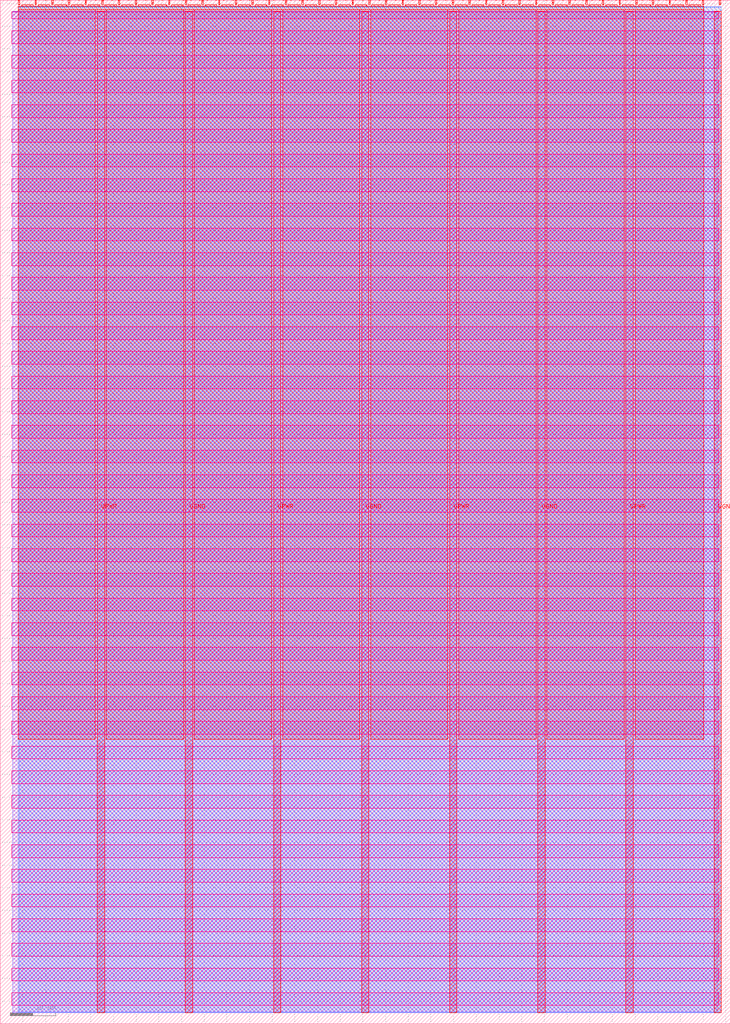
<source format=lef>
VERSION 5.7 ;
  NOWIREEXTENSIONATPIN ON ;
  DIVIDERCHAR "/" ;
  BUSBITCHARS "[]" ;
MACRO tt_um_vga_perlin
  CLASS BLOCK ;
  FOREIGN tt_um_vga_perlin ;
  ORIGIN 0.000 0.000 ;
  SIZE 161.000 BY 225.760 ;
  PIN VGND
    DIRECTION INOUT ;
    USE GROUND ;
    PORT
      LAYER met4 ;
        RECT 40.830 2.480 42.430 223.280 ;
    END
    PORT
      LAYER met4 ;
        RECT 79.700 2.480 81.300 223.280 ;
    END
    PORT
      LAYER met4 ;
        RECT 118.570 2.480 120.170 223.280 ;
    END
    PORT
      LAYER met4 ;
        RECT 157.440 2.480 159.040 223.280 ;
    END
  END VGND
  PIN VPWR
    DIRECTION INOUT ;
    USE POWER ;
    PORT
      LAYER met4 ;
        RECT 21.395 2.480 22.995 223.280 ;
    END
    PORT
      LAYER met4 ;
        RECT 60.265 2.480 61.865 223.280 ;
    END
    PORT
      LAYER met4 ;
        RECT 99.135 2.480 100.735 223.280 ;
    END
    PORT
      LAYER met4 ;
        RECT 138.005 2.480 139.605 223.280 ;
    END
  END VPWR
  PIN clk
    DIRECTION INPUT ;
    USE SIGNAL ;
    ANTENNAGATEAREA 0.852000 ;
    PORT
      LAYER met4 ;
        RECT 154.870 224.760 155.170 225.760 ;
    END
  END clk
  PIN ena
    DIRECTION INPUT ;
    USE SIGNAL ;
    PORT
      LAYER met4 ;
        RECT 158.550 224.760 158.850 225.760 ;
    END
  END ena
  PIN rst_n
    DIRECTION INPUT ;
    USE SIGNAL ;
    ANTENNAGATEAREA 0.159000 ;
    PORT
      LAYER met4 ;
        RECT 151.190 224.760 151.490 225.760 ;
    END
  END rst_n
  PIN ui_in[0]
    DIRECTION INPUT ;
    USE SIGNAL ;
    ANTENNAGATEAREA 0.213000 ;
    PORT
      LAYER met4 ;
        RECT 147.510 224.760 147.810 225.760 ;
    END
  END ui_in[0]
  PIN ui_in[1]
    DIRECTION INPUT ;
    USE SIGNAL ;
    PORT
      LAYER met4 ;
        RECT 143.830 224.760 144.130 225.760 ;
    END
  END ui_in[1]
  PIN ui_in[2]
    DIRECTION INPUT ;
    USE SIGNAL ;
    PORT
      LAYER met4 ;
        RECT 140.150 224.760 140.450 225.760 ;
    END
  END ui_in[2]
  PIN ui_in[3]
    DIRECTION INPUT ;
    USE SIGNAL ;
    PORT
      LAYER met4 ;
        RECT 136.470 224.760 136.770 225.760 ;
    END
  END ui_in[3]
  PIN ui_in[4]
    DIRECTION INPUT ;
    USE SIGNAL ;
    PORT
      LAYER met4 ;
        RECT 132.790 224.760 133.090 225.760 ;
    END
  END ui_in[4]
  PIN ui_in[5]
    DIRECTION INPUT ;
    USE SIGNAL ;
    PORT
      LAYER met4 ;
        RECT 129.110 224.760 129.410 225.760 ;
    END
  END ui_in[5]
  PIN ui_in[6]
    DIRECTION INPUT ;
    USE SIGNAL ;
    PORT
      LAYER met4 ;
        RECT 125.430 224.760 125.730 225.760 ;
    END
  END ui_in[6]
  PIN ui_in[7]
    DIRECTION INPUT ;
    USE SIGNAL ;
    PORT
      LAYER met4 ;
        RECT 121.750 224.760 122.050 225.760 ;
    END
  END ui_in[7]
  PIN uio_in[0]
    DIRECTION INPUT ;
    USE SIGNAL ;
    PORT
      LAYER met4 ;
        RECT 118.070 224.760 118.370 225.760 ;
    END
  END uio_in[0]
  PIN uio_in[1]
    DIRECTION INPUT ;
    USE SIGNAL ;
    PORT
      LAYER met4 ;
        RECT 114.390 224.760 114.690 225.760 ;
    END
  END uio_in[1]
  PIN uio_in[2]
    DIRECTION INPUT ;
    USE SIGNAL ;
    PORT
      LAYER met4 ;
        RECT 110.710 224.760 111.010 225.760 ;
    END
  END uio_in[2]
  PIN uio_in[3]
    DIRECTION INPUT ;
    USE SIGNAL ;
    PORT
      LAYER met4 ;
        RECT 107.030 224.760 107.330 225.760 ;
    END
  END uio_in[3]
  PIN uio_in[4]
    DIRECTION INPUT ;
    USE SIGNAL ;
    PORT
      LAYER met4 ;
        RECT 103.350 224.760 103.650 225.760 ;
    END
  END uio_in[4]
  PIN uio_in[5]
    DIRECTION INPUT ;
    USE SIGNAL ;
    PORT
      LAYER met4 ;
        RECT 99.670 224.760 99.970 225.760 ;
    END
  END uio_in[5]
  PIN uio_in[6]
    DIRECTION INPUT ;
    USE SIGNAL ;
    PORT
      LAYER met4 ;
        RECT 95.990 224.760 96.290 225.760 ;
    END
  END uio_in[6]
  PIN uio_in[7]
    DIRECTION INPUT ;
    USE SIGNAL ;
    PORT
      LAYER met4 ;
        RECT 92.310 224.760 92.610 225.760 ;
    END
  END uio_in[7]
  PIN uio_oe[0]
    DIRECTION OUTPUT TRISTATE ;
    USE SIGNAL ;
    PORT
      LAYER met4 ;
        RECT 29.750 224.760 30.050 225.760 ;
    END
  END uio_oe[0]
  PIN uio_oe[1]
    DIRECTION OUTPUT TRISTATE ;
    USE SIGNAL ;
    PORT
      LAYER met4 ;
        RECT 26.070 224.760 26.370 225.760 ;
    END
  END uio_oe[1]
  PIN uio_oe[2]
    DIRECTION OUTPUT TRISTATE ;
    USE SIGNAL ;
    PORT
      LAYER met4 ;
        RECT 22.390 224.760 22.690 225.760 ;
    END
  END uio_oe[2]
  PIN uio_oe[3]
    DIRECTION OUTPUT TRISTATE ;
    USE SIGNAL ;
    PORT
      LAYER met4 ;
        RECT 18.710 224.760 19.010 225.760 ;
    END
  END uio_oe[3]
  PIN uio_oe[4]
    DIRECTION OUTPUT TRISTATE ;
    USE SIGNAL ;
    PORT
      LAYER met4 ;
        RECT 15.030 224.760 15.330 225.760 ;
    END
  END uio_oe[4]
  PIN uio_oe[5]
    DIRECTION OUTPUT TRISTATE ;
    USE SIGNAL ;
    PORT
      LAYER met4 ;
        RECT 11.350 224.760 11.650 225.760 ;
    END
  END uio_oe[5]
  PIN uio_oe[6]
    DIRECTION OUTPUT TRISTATE ;
    USE SIGNAL ;
    PORT
      LAYER met4 ;
        RECT 7.670 224.760 7.970 225.760 ;
    END
  END uio_oe[6]
  PIN uio_oe[7]
    DIRECTION OUTPUT TRISTATE ;
    USE SIGNAL ;
    PORT
      LAYER met4 ;
        RECT 3.990 224.760 4.290 225.760 ;
    END
  END uio_oe[7]
  PIN uio_out[0]
    DIRECTION OUTPUT TRISTATE ;
    USE SIGNAL ;
    PORT
      LAYER met4 ;
        RECT 59.190 224.760 59.490 225.760 ;
    END
  END uio_out[0]
  PIN uio_out[1]
    DIRECTION OUTPUT TRISTATE ;
    USE SIGNAL ;
    PORT
      LAYER met4 ;
        RECT 55.510 224.760 55.810 225.760 ;
    END
  END uio_out[1]
  PIN uio_out[2]
    DIRECTION OUTPUT TRISTATE ;
    USE SIGNAL ;
    PORT
      LAYER met4 ;
        RECT 51.830 224.760 52.130 225.760 ;
    END
  END uio_out[2]
  PIN uio_out[3]
    DIRECTION OUTPUT TRISTATE ;
    USE SIGNAL ;
    PORT
      LAYER met4 ;
        RECT 48.150 224.760 48.450 225.760 ;
    END
  END uio_out[3]
  PIN uio_out[4]
    DIRECTION OUTPUT TRISTATE ;
    USE SIGNAL ;
    PORT
      LAYER met4 ;
        RECT 44.470 224.760 44.770 225.760 ;
    END
  END uio_out[4]
  PIN uio_out[5]
    DIRECTION OUTPUT TRISTATE ;
    USE SIGNAL ;
    PORT
      LAYER met4 ;
        RECT 40.790 224.760 41.090 225.760 ;
    END
  END uio_out[5]
  PIN uio_out[6]
    DIRECTION OUTPUT TRISTATE ;
    USE SIGNAL ;
    PORT
      LAYER met4 ;
        RECT 37.110 224.760 37.410 225.760 ;
    END
  END uio_out[6]
  PIN uio_out[7]
    DIRECTION OUTPUT TRISTATE ;
    USE SIGNAL ;
    PORT
      LAYER met4 ;
        RECT 33.430 224.760 33.730 225.760 ;
    END
  END uio_out[7]
  PIN uo_out[0]
    DIRECTION OUTPUT TRISTATE ;
    USE SIGNAL ;
    ANTENNADIFFAREA 0.445500 ;
    PORT
      LAYER met4 ;
        RECT 88.630 224.760 88.930 225.760 ;
    END
  END uo_out[0]
  PIN uo_out[1]
    DIRECTION OUTPUT TRISTATE ;
    USE SIGNAL ;
    ANTENNADIFFAREA 0.445500 ;
    PORT
      LAYER met4 ;
        RECT 84.950 224.760 85.250 225.760 ;
    END
  END uo_out[1]
  PIN uo_out[2]
    DIRECTION OUTPUT TRISTATE ;
    USE SIGNAL ;
    ANTENNADIFFAREA 0.445500 ;
    PORT
      LAYER met4 ;
        RECT 81.270 224.760 81.570 225.760 ;
    END
  END uo_out[2]
  PIN uo_out[3]
    DIRECTION OUTPUT TRISTATE ;
    USE SIGNAL ;
    ANTENNADIFFAREA 0.795200 ;
    PORT
      LAYER met4 ;
        RECT 77.590 224.760 77.890 225.760 ;
    END
  END uo_out[3]
  PIN uo_out[4]
    DIRECTION OUTPUT TRISTATE ;
    USE SIGNAL ;
    ANTENNADIFFAREA 0.795200 ;
    PORT
      LAYER met4 ;
        RECT 73.910 224.760 74.210 225.760 ;
    END
  END uo_out[4]
  PIN uo_out[5]
    DIRECTION OUTPUT TRISTATE ;
    USE SIGNAL ;
    ANTENNADIFFAREA 0.795200 ;
    PORT
      LAYER met4 ;
        RECT 70.230 224.760 70.530 225.760 ;
    END
  END uo_out[5]
  PIN uo_out[6]
    DIRECTION OUTPUT TRISTATE ;
    USE SIGNAL ;
    ANTENNADIFFAREA 0.445500 ;
    PORT
      LAYER met4 ;
        RECT 66.550 224.760 66.850 225.760 ;
    END
  END uo_out[6]
  PIN uo_out[7]
    DIRECTION OUTPUT TRISTATE ;
    USE SIGNAL ;
    ANTENNADIFFAREA 0.445500 ;
    PORT
      LAYER met4 ;
        RECT 62.870 224.760 63.170 225.760 ;
    END
  END uo_out[7]
  OBS
      LAYER nwell ;
        RECT 2.570 221.625 158.430 223.230 ;
        RECT 2.570 216.185 158.430 219.015 ;
        RECT 2.570 210.745 158.430 213.575 ;
        RECT 2.570 205.305 158.430 208.135 ;
        RECT 2.570 199.865 158.430 202.695 ;
        RECT 2.570 194.425 158.430 197.255 ;
        RECT 2.570 188.985 158.430 191.815 ;
        RECT 2.570 183.545 158.430 186.375 ;
        RECT 2.570 178.105 158.430 180.935 ;
        RECT 2.570 172.665 158.430 175.495 ;
        RECT 2.570 167.225 158.430 170.055 ;
        RECT 2.570 161.785 158.430 164.615 ;
        RECT 2.570 156.345 158.430 159.175 ;
        RECT 2.570 150.905 158.430 153.735 ;
        RECT 2.570 145.465 158.430 148.295 ;
        RECT 2.570 140.025 158.430 142.855 ;
        RECT 2.570 134.585 158.430 137.415 ;
        RECT 2.570 129.145 158.430 131.975 ;
        RECT 2.570 123.705 158.430 126.535 ;
        RECT 2.570 118.265 158.430 121.095 ;
        RECT 2.570 112.825 158.430 115.655 ;
        RECT 2.570 107.385 158.430 110.215 ;
        RECT 2.570 101.945 158.430 104.775 ;
        RECT 2.570 96.505 158.430 99.335 ;
        RECT 2.570 91.065 158.430 93.895 ;
        RECT 2.570 85.625 158.430 88.455 ;
        RECT 2.570 80.185 158.430 83.015 ;
        RECT 2.570 74.745 158.430 77.575 ;
        RECT 2.570 69.305 158.430 72.135 ;
        RECT 2.570 63.865 158.430 66.695 ;
        RECT 2.570 58.425 158.430 61.255 ;
        RECT 2.570 52.985 158.430 55.815 ;
        RECT 2.570 47.545 158.430 50.375 ;
        RECT 2.570 42.105 158.430 44.935 ;
        RECT 2.570 36.665 158.430 39.495 ;
        RECT 2.570 31.225 158.430 34.055 ;
        RECT 2.570 25.785 158.430 28.615 ;
        RECT 2.570 20.345 158.430 23.175 ;
        RECT 2.570 14.905 158.430 17.735 ;
        RECT 2.570 9.465 158.430 12.295 ;
        RECT 2.570 4.025 158.430 6.855 ;
      LAYER li1 ;
        RECT 2.760 2.635 158.240 223.125 ;
      LAYER met1 ;
        RECT 2.760 2.480 159.040 223.280 ;
      LAYER met2 ;
        RECT 4.230 2.535 159.010 224.245 ;
      LAYER met3 ;
        RECT 3.950 2.555 159.030 224.225 ;
      LAYER met4 ;
        RECT 4.690 224.360 7.270 224.760 ;
        RECT 8.370 224.360 10.950 224.760 ;
        RECT 12.050 224.360 14.630 224.760 ;
        RECT 15.730 224.360 18.310 224.760 ;
        RECT 19.410 224.360 21.990 224.760 ;
        RECT 23.090 224.360 25.670 224.760 ;
        RECT 26.770 224.360 29.350 224.760 ;
        RECT 30.450 224.360 33.030 224.760 ;
        RECT 34.130 224.360 36.710 224.760 ;
        RECT 37.810 224.360 40.390 224.760 ;
        RECT 41.490 224.360 44.070 224.760 ;
        RECT 45.170 224.360 47.750 224.760 ;
        RECT 48.850 224.360 51.430 224.760 ;
        RECT 52.530 224.360 55.110 224.760 ;
        RECT 56.210 224.360 58.790 224.760 ;
        RECT 59.890 224.360 62.470 224.760 ;
        RECT 63.570 224.360 66.150 224.760 ;
        RECT 67.250 224.360 69.830 224.760 ;
        RECT 70.930 224.360 73.510 224.760 ;
        RECT 74.610 224.360 77.190 224.760 ;
        RECT 78.290 224.360 80.870 224.760 ;
        RECT 81.970 224.360 84.550 224.760 ;
        RECT 85.650 224.360 88.230 224.760 ;
        RECT 89.330 224.360 91.910 224.760 ;
        RECT 93.010 224.360 95.590 224.760 ;
        RECT 96.690 224.360 99.270 224.760 ;
        RECT 100.370 224.360 102.950 224.760 ;
        RECT 104.050 224.360 106.630 224.760 ;
        RECT 107.730 224.360 110.310 224.760 ;
        RECT 111.410 224.360 113.990 224.760 ;
        RECT 115.090 224.360 117.670 224.760 ;
        RECT 118.770 224.360 121.350 224.760 ;
        RECT 122.450 224.360 125.030 224.760 ;
        RECT 126.130 224.360 128.710 224.760 ;
        RECT 129.810 224.360 132.390 224.760 ;
        RECT 133.490 224.360 136.070 224.760 ;
        RECT 137.170 224.360 139.750 224.760 ;
        RECT 140.850 224.360 143.430 224.760 ;
        RECT 144.530 224.360 147.110 224.760 ;
        RECT 148.210 224.360 150.790 224.760 ;
        RECT 151.890 224.360 154.470 224.760 ;
        RECT 3.975 223.680 155.185 224.360 ;
        RECT 3.975 62.735 20.995 223.680 ;
        RECT 23.395 62.735 40.430 223.680 ;
        RECT 42.830 62.735 59.865 223.680 ;
        RECT 62.265 62.735 79.300 223.680 ;
        RECT 81.700 62.735 98.735 223.680 ;
        RECT 101.135 62.735 118.170 223.680 ;
        RECT 120.570 62.735 137.605 223.680 ;
        RECT 140.005 62.735 155.185 223.680 ;
  END
END tt_um_vga_perlin
END LIBRARY


</source>
